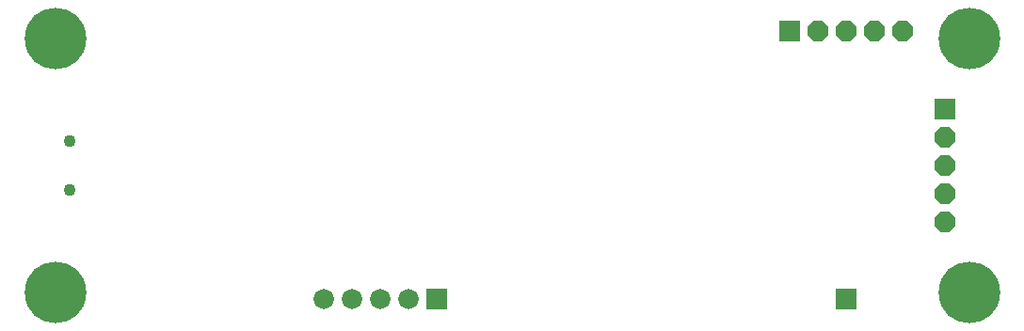
<source format=gbs>
G75*
G70*
%OFA0B0*%
%FSLAX24Y24*%
%IPPOS*%
%LPD*%
%AMOC8*
5,1,8,0,0,1.08239X$1,22.5*
%
%ADD10R,0.0720X0.0720*%
%ADD11OC8,0.0720*%
%ADD12C,0.0434*%
%ADD13C,0.2180*%
%ADD14C,0.0720*%
D10*
X015474Y007697D03*
X029974Y007697D03*
X033474Y014447D03*
X027974Y017197D03*
D11*
X028974Y017197D03*
X029974Y017197D03*
X030974Y017197D03*
X031974Y017197D03*
X033474Y013447D03*
X033474Y012447D03*
X033474Y011447D03*
X033474Y010447D03*
D12*
X002474Y011581D03*
X002474Y013313D03*
D13*
X001974Y016947D03*
X001974Y007947D03*
X034349Y007947D03*
X034349Y016947D03*
D14*
X011474Y007697D03*
X012474Y007697D03*
X013474Y007697D03*
X014474Y007697D03*
M02*

</source>
